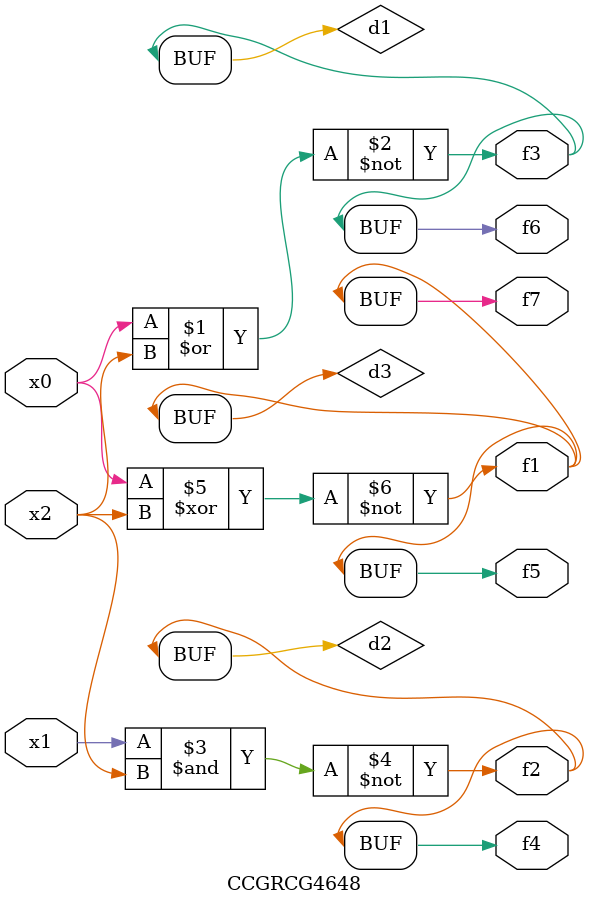
<source format=v>
module CCGRCG4648(
	input x0, x1, x2,
	output f1, f2, f3, f4, f5, f6, f7
);

	wire d1, d2, d3;

	nor (d1, x0, x2);
	nand (d2, x1, x2);
	xnor (d3, x0, x2);
	assign f1 = d3;
	assign f2 = d2;
	assign f3 = d1;
	assign f4 = d2;
	assign f5 = d3;
	assign f6 = d1;
	assign f7 = d3;
endmodule

</source>
